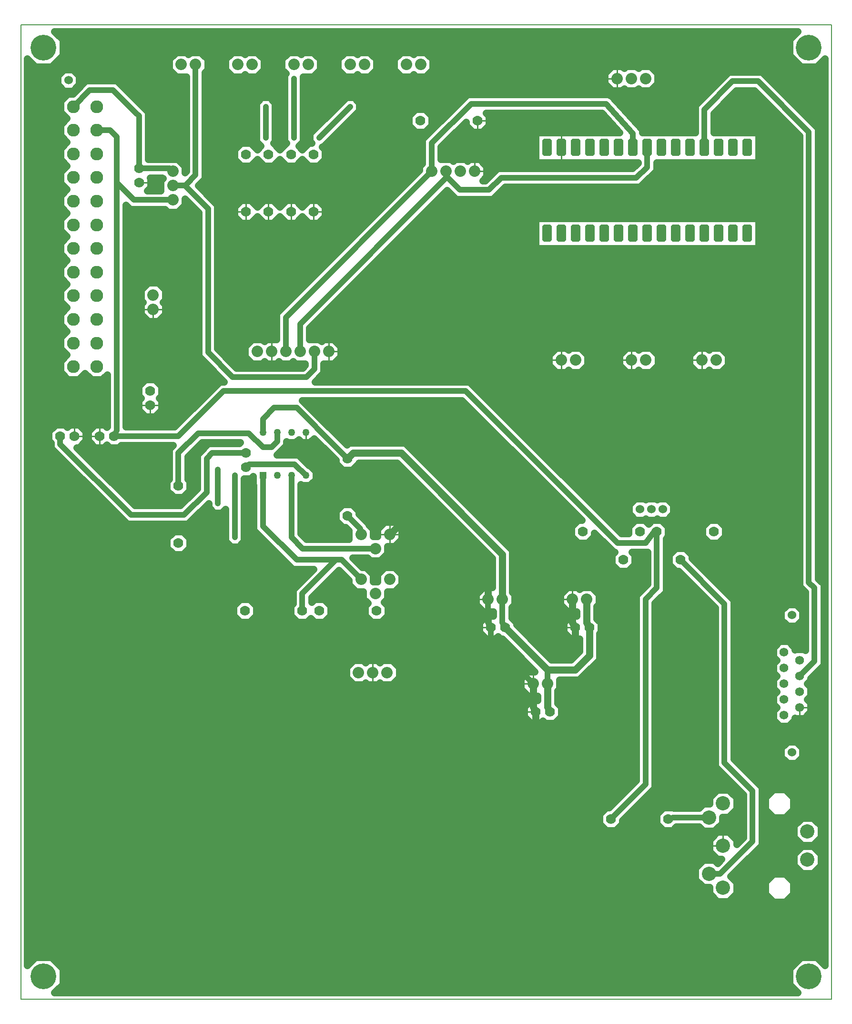
<source format=gbr>
G04 PROTEUS GERBER X2 FILE*
%TF.GenerationSoftware,Labcenter,Proteus,8.13-SP0-Build31525*%
%TF.CreationDate,2025-10-31T19:39:43+00:00*%
%TF.FileFunction,Copper,L1,Top*%
%TF.FilePolarity,Positive*%
%TF.Part,Single*%
%TF.SameCoordinates,{e0fed4bd-df57-41ad-8a76-0b0c4bf3aebe}*%
%FSLAX45Y45*%
%MOMM*%
G01*
%TA.AperFunction,Conductor*%
%ADD10C,1.016000*%
%ADD11C,1.270000*%
%ADD12C,0.762000*%
%TA.AperFunction,ViaPad*%
%ADD13C,0.762000*%
%TA.AperFunction,Conductor*%
%ADD14C,0.254000*%
%AMDIL005*
4,1,8,
-0.860000,1.195200,-0.555200,1.500000,0.555200,1.500000,0.860000,1.195200,0.860000,-1.195200,
0.555200,-1.500000,-0.555200,-1.500000,-0.860000,-1.195200,-0.860000,1.195200,
0*%
%TA.AperFunction,ComponentPad*%
%ADD15DIL005*%
%TA.AperFunction,ComponentPad*%
%ADD16C,2.032000*%
%ADD17C,1.778000*%
%TA.AperFunction,ComponentPad*%
%ADD18C,1.574800*%
%ADD19C,1.524000*%
%TA.AperFunction,ComponentPad*%
%ADD70R,1.270000X1.270000*%
%ADD71C,1.270000*%
%TA.AperFunction,ComponentPad*%
%ADD20C,2.540000*%
%TA.AperFunction,ComponentPad*%
%ADD21C,2.286000*%
%TA.AperFunction,OtherPad,Unknown*%
%ADD22C,4.572000*%
%TA.AperFunction,Profile*%
%ADD23C,0.203200*%
%TD.AperFunction*%
G36*
X+13057101Y+1942033D02*
X+13057101Y+1657967D01*
X+13257967Y+1457101D01*
X+13542033Y+1457101D01*
X+13688240Y+1603308D01*
X+13688240Y-14503308D01*
X+13542033Y-14357101D01*
X+13257967Y-14357101D01*
X+13057101Y-14557967D01*
X+13057101Y-14842033D01*
X+13203308Y-14988240D01*
X-3308Y-14988240D01*
X+142899Y-14842033D01*
X+142899Y-14557967D01*
X-57967Y-14357101D01*
X-342033Y-14357101D01*
X-488240Y-14503308D01*
X-488240Y+1603308D01*
X-342033Y+1457101D01*
X-57967Y+1457101D01*
X+142899Y+1657967D01*
X+142899Y+1942033D01*
X-3308Y+2088240D01*
X+13203308Y+2088240D01*
X+13057101Y+1942033D01*
G37*
%LPC*%
G36*
X+12506299Y-1764299D02*
X+8549701Y-1764299D01*
X+8549701Y-1235701D01*
X+12506299Y-1235701D01*
X+12506299Y-1764299D01*
G37*
G36*
X+2719899Y+1589428D02*
X+2719899Y+1410572D01*
X+2669099Y+1359772D01*
X+2669099Y-535505D01*
X+2550604Y-654000D01*
X+2891921Y-995316D01*
X+2891921Y-3548767D01*
X+3232558Y-3889404D01*
X+4406033Y-3889404D01*
X+4450934Y-3844503D01*
X+4450934Y-3815899D01*
X+4272572Y-3815899D01*
X+4235000Y-3778327D01*
X+4197428Y-3815899D01*
X+4018572Y-3815899D01*
X+3981000Y-3778327D01*
X+3943428Y-3815899D01*
X+3764572Y-3815899D01*
X+3727000Y-3778327D01*
X+3689428Y-3815899D01*
X+3510572Y-3815899D01*
X+3384101Y-3689428D01*
X+3384101Y-3510572D01*
X+3510572Y-3384101D01*
X+3689428Y-3384101D01*
X+3727000Y-3421673D01*
X+3764572Y-3384101D01*
X+3942901Y-3384101D01*
X+3942901Y-2923615D01*
X+6484101Y-382415D01*
X+6484101Y-310572D01*
X+6534901Y-259772D01*
X+6534901Y+168385D01*
X+7331615Y+965099D01*
X+9835060Y+965099D01*
X+9899133Y+936600D01*
X+10439099Y+337764D01*
X+10439099Y+288299D01*
X+11378901Y+288299D01*
X+11378901Y+768385D01*
X+11975615Y+1365099D01*
X+12568385Y+1365099D01*
X+13565099Y+368385D01*
X+13565099Y-7631615D01*
X+13665099Y-7731615D01*
X+13665099Y-9168385D01*
X+13432739Y-9400745D01*
X+13432739Y-9440259D01*
X+13372998Y-9500000D01*
X+13432739Y-9559741D01*
X+13432739Y-9719659D01*
X+13372998Y-9779400D01*
X+13432739Y-9839141D01*
X+13432739Y-9999059D01*
X+13319659Y-10112139D01*
X+13159741Y-10112139D01*
X+13153339Y-10105737D01*
X+13153339Y-10138759D01*
X+13040259Y-10251839D01*
X+12880341Y-10251839D01*
X+12767261Y-10138759D01*
X+12767261Y-9978841D01*
X+12827002Y-9919100D01*
X+12767261Y-9859359D01*
X+12767261Y-9699441D01*
X+12827002Y-9639700D01*
X+12767261Y-9579959D01*
X+12767261Y-9420041D01*
X+12827002Y-9360300D01*
X+12767261Y-9300559D01*
X+12767261Y-9140641D01*
X+12827002Y-9080900D01*
X+12767261Y-9021159D01*
X+12767261Y-8861241D01*
X+12880341Y-8748161D01*
X+13040259Y-8748161D01*
X+13153339Y-8861241D01*
X+13153339Y-8894263D01*
X+13159741Y-8887861D01*
X+13319659Y-8887861D01*
X+13334901Y-8903103D01*
X+13334901Y-7868385D01*
X+13234901Y-7768385D01*
X+13234901Y+231615D01*
X+12431615Y+1034901D01*
X+12112385Y+1034901D01*
X+11709099Y+631615D01*
X+11709099Y+288299D01*
X+12506299Y+288299D01*
X+12506299Y-240299D01*
X+10693099Y-240299D01*
X+10693099Y-388377D01*
X+10403958Y-677518D01*
X+8002755Y-677518D01*
X+7787619Y-892654D01*
X+7130358Y-892654D01*
X+6972788Y-735084D01*
X+4527099Y-3180773D01*
X+4527099Y-3384101D01*
X+4705428Y-3384101D01*
X+4743000Y-3421673D01*
X+4780572Y-3384101D01*
X+4959428Y-3384101D01*
X+5085899Y-3510572D01*
X+5085899Y-3689428D01*
X+4959428Y-3815899D01*
X+4781132Y-3815899D01*
X+4781132Y-3981273D01*
X+4627504Y-4134901D01*
X+7368385Y-4134901D01*
X+10068385Y-6834901D01*
X+10196801Y-6834901D01*
X+10196801Y-6715832D01*
X+10315832Y-6596801D01*
X+10484168Y-6596801D01*
X+10550000Y-6662633D01*
X+10615832Y-6596801D01*
X+10784168Y-6596801D01*
X+10903199Y-6715832D01*
X+10903199Y-6884168D01*
X+10865099Y-6922268D01*
X+10865099Y-7868385D01*
X+10665099Y-8068385D01*
X+10665099Y-11352385D01*
X+10087199Y-11930285D01*
X+10087199Y-11984168D01*
X+9968168Y-12103199D01*
X+9799832Y-12103199D01*
X+9680801Y-11984168D01*
X+9680801Y-11815832D01*
X+9799832Y-11696801D01*
X+9853715Y-11696801D01*
X+10334901Y-11215615D01*
X+10334901Y-7931615D01*
X+10534901Y-7731615D01*
X+10534901Y-7165099D01*
X+10252466Y-7165099D01*
X+10303199Y-7215832D01*
X+10303199Y-7384168D01*
X+10184168Y-7503199D01*
X+10015832Y-7503199D01*
X+9896801Y-7384168D01*
X+9896801Y-7215832D01*
X+9947534Y-7165099D01*
X+9931615Y-7165099D01*
X+9587199Y-6820683D01*
X+9587199Y-6884168D01*
X+9468168Y-7003199D01*
X+9299832Y-7003199D01*
X+9180801Y-6884168D01*
X+9180801Y-6715832D01*
X+9299832Y-6596801D01*
X+9363317Y-6596801D01*
X+7231615Y-4465099D01*
X+4398583Y-4465099D01*
X+5191020Y-5257536D01*
X+5226355Y-5222201D01*
X+6227645Y-5222201D01*
X+8131799Y-7126355D01*
X+8131799Y-7872472D01*
X+8169899Y-7910572D01*
X+8169899Y-8089428D01*
X+8119099Y-8140228D01*
X+8119099Y-8331732D01*
X+8203199Y-8415832D01*
X+8203199Y-8451755D01*
X+8827645Y-9076201D01*
X+9172355Y-9076201D01*
X+9322201Y-8926355D01*
X+9322201Y-8703199D01*
X+9161832Y-8703199D01*
X+9042801Y-8584168D01*
X+9042801Y-8415832D01*
X+9161832Y-8296801D01*
X+9276201Y-8296801D01*
X+9276201Y-8215899D01*
X+9110572Y-8215899D01*
X+8984101Y-8089428D01*
X+8984101Y-7910572D01*
X+9110572Y-7784101D01*
X+9289428Y-7784101D01*
X+9327000Y-7821673D01*
X+9364572Y-7784101D01*
X+9543428Y-7784101D01*
X+9669899Y-7910572D01*
X+9669899Y-8089428D01*
X+9631799Y-8127528D01*
X+9631799Y-8344432D01*
X+9703199Y-8415832D01*
X+9703199Y-8584168D01*
X+9677799Y-8609568D01*
X+9677799Y-9073645D01*
X+9319645Y-9431799D01*
X+8969899Y-9431799D01*
X+8969899Y-9589428D01*
X+8931799Y-9627528D01*
X+8931799Y-9844432D01*
X+9003199Y-9915832D01*
X+9003199Y-10084168D01*
X+8884168Y-10203199D01*
X+8715832Y-10203199D01*
X+8673000Y-10160367D01*
X+8630168Y-10203199D01*
X+8461832Y-10203199D01*
X+8342801Y-10084168D01*
X+8342801Y-9915832D01*
X+8461832Y-9796801D01*
X+8576201Y-9796801D01*
X+8576201Y-9715899D01*
X+8410572Y-9715899D01*
X+8284101Y-9589428D01*
X+8284101Y-9410572D01*
X+8410572Y-9284101D01*
X+8532657Y-9284101D01*
X+7951755Y-8703199D01*
X+7915832Y-8703199D01*
X+7873000Y-8660367D01*
X+7830168Y-8703199D01*
X+7661832Y-8703199D01*
X+7542801Y-8584168D01*
X+7542801Y-8415832D01*
X+7661832Y-8296801D01*
X+7788901Y-8296801D01*
X+7788901Y-8215899D01*
X+7610572Y-8215899D01*
X+7484101Y-8089428D01*
X+7484101Y-7910572D01*
X+7610572Y-7784101D01*
X+7776201Y-7784101D01*
X+7776201Y-7273645D01*
X+6080355Y-5577799D01*
X+5403199Y-5577799D01*
X+5403199Y-5584168D01*
X+5284168Y-5703199D01*
X+5115832Y-5703199D01*
X+4996801Y-5584168D01*
X+4996801Y-5530285D01*
X+4608981Y-5142465D01*
X+4535647Y-5215799D01*
X+4388353Y-5215799D01*
X+4335000Y-5162446D01*
X+4281647Y-5215799D01*
X+4134353Y-5215799D01*
X+4119099Y-5200545D01*
X+4119099Y-5268385D01*
X+3952583Y-5434901D01*
X+4330385Y-5434901D01*
X+4517685Y-5622201D01*
X+4535647Y-5622201D01*
X+4639799Y-5726353D01*
X+4639799Y-5873647D01*
X+4535647Y-5977799D01*
X+4388353Y-5977799D01*
X+4373099Y-5962545D01*
X+4373099Y-6831615D01*
X+4476385Y-6934901D01*
X+5230101Y-6934901D01*
X+5230101Y-6779585D01*
X+5169715Y-6719199D01*
X+5115832Y-6719199D01*
X+4996801Y-6600168D01*
X+4996801Y-6431832D01*
X+5115832Y-6312801D01*
X+5284168Y-6312801D01*
X+5403199Y-6431832D01*
X+5403199Y-6485715D01*
X+5582145Y-6664661D01*
X+5586335Y-6681008D01*
X+5661899Y-6756572D01*
X+5661899Y-6884101D01*
X+5738101Y-6884101D01*
X+5738101Y-6756572D01*
X+5864572Y-6630101D01*
X+6043428Y-6630101D01*
X+6169899Y-6756572D01*
X+6169899Y-6935428D01*
X+6043428Y-7061899D01*
X+5915899Y-7061899D01*
X+5915899Y-7189428D01*
X+5789428Y-7315899D01*
X+5610572Y-7315899D01*
X+5559772Y-7265099D01*
X+5298583Y-7265099D01*
X+5463585Y-7430101D01*
X+5535428Y-7430101D01*
X+5661899Y-7556572D01*
X+5661899Y-7684101D01*
X+5738101Y-7684101D01*
X+5738101Y-7556572D01*
X+5864572Y-7430101D01*
X+6043428Y-7430101D01*
X+6169899Y-7556572D01*
X+6169899Y-7735428D01*
X+6043428Y-7861899D01*
X+5915899Y-7861899D01*
X+5915899Y-7989428D01*
X+5854347Y-8050980D01*
X+5919199Y-8115832D01*
X+5919199Y-8284168D01*
X+5800168Y-8403199D01*
X+5631832Y-8403199D01*
X+5512801Y-8284168D01*
X+5512801Y-8115832D01*
X+5561653Y-8066980D01*
X+5484101Y-7989428D01*
X+5484101Y-7861899D01*
X+5356572Y-7861899D01*
X+5230101Y-7735428D01*
X+5230101Y-7663585D01*
X+5050000Y-7483484D01*
X+4565099Y-7968385D01*
X+4565099Y-8047534D01*
X+4615832Y-7996801D01*
X+4784168Y-7996801D01*
X+4903199Y-8115832D01*
X+4903199Y-8284168D01*
X+4784168Y-8403199D01*
X+4615832Y-8403199D01*
X+4550000Y-8337367D01*
X+4484168Y-8403199D01*
X+4315832Y-8403199D01*
X+4196801Y-8284168D01*
X+4196801Y-8115832D01*
X+4234901Y-8077732D01*
X+4234901Y-7831615D01*
X+4601417Y-7465099D01*
X+4231615Y-7465099D01*
X+3534901Y-6768385D01*
X+3534901Y-5977799D01*
X+3522201Y-5977799D01*
X+3522201Y-5819166D01*
X+3484168Y-5857199D01*
X+3365099Y-5857199D01*
X+3365099Y-6968386D01*
X+3268386Y-7065099D01*
X+3131614Y-7065099D01*
X+3034901Y-6968386D01*
X+3034901Y-6398584D01*
X+2968386Y-6465099D01*
X+2831614Y-6465099D01*
X+2734901Y-6368386D01*
X+2734901Y-6298583D01*
X+2368385Y-6665099D01*
X+1287252Y-6665099D01*
X-65099Y-5312748D01*
X-65099Y-5222268D01*
X-103199Y-5184168D01*
X-103199Y-5015832D01*
X+15832Y-4896801D01*
X+184168Y-4896801D01*
X+227000Y-4939633D01*
X+269832Y-4896801D01*
X+438168Y-4896801D01*
X+557199Y-5015832D01*
X+557199Y-5184168D01*
X+438168Y-5303199D01*
X+392320Y-5303199D01*
X+1424022Y-6334901D01*
X+2231615Y-6334901D01*
X+2534901Y-6031615D01*
X+2534901Y-5431615D01*
X+2731615Y-5234901D01*
X+3277732Y-5234901D01*
X+3297534Y-5215099D01*
X+2618385Y-5215099D01*
X+2365099Y-5468385D01*
X+2365099Y-5861732D01*
X+2403199Y-5899832D01*
X+2403199Y-6068168D01*
X+2284168Y-6187199D01*
X+2115832Y-6187199D01*
X+1996801Y-6068168D01*
X+1996801Y-5899832D01*
X+2034901Y-5861732D01*
X+2034901Y-5331615D01*
X+2101417Y-5265099D01*
X+1176268Y-5265099D01*
X+1138168Y-5303199D01*
X+969832Y-5303199D01*
X+927000Y-5260367D01*
X+884168Y-5303199D01*
X+715832Y-5303199D01*
X+596801Y-5184168D01*
X+596801Y-5015832D01*
X+715832Y-4896801D01*
X+884168Y-4896801D01*
X+927000Y-4939633D01*
X+934901Y-4931732D01*
X+934901Y-4008393D01*
X+844689Y-4098605D01*
X+655311Y-4098605D01*
X+540000Y-3983294D01*
X+424689Y-4098605D01*
X+235311Y-4098605D01*
X+101401Y-3964695D01*
X+101401Y-3775317D01*
X+216715Y-3660003D01*
X+101401Y-3544689D01*
X+101401Y-3355311D01*
X+216712Y-3240000D01*
X+101401Y-3124689D01*
X+101401Y-2935311D01*
X+216712Y-2820000D01*
X+101401Y-2704689D01*
X+101401Y-2515311D01*
X+216712Y-2400000D01*
X+101401Y-2284689D01*
X+101401Y-2095311D01*
X+216712Y-1980000D01*
X+101401Y-1864689D01*
X+101401Y-1675311D01*
X+216712Y-1560000D01*
X+101401Y-1444689D01*
X+101401Y-1255311D01*
X+216712Y-1140000D01*
X+101401Y-1024689D01*
X+101401Y-835311D01*
X+216712Y-720000D01*
X+101401Y-604689D01*
X+101401Y-415311D01*
X+216712Y-300000D01*
X+101401Y-184689D01*
X+101401Y+4689D01*
X+216712Y+120000D01*
X+101401Y+235311D01*
X+101401Y+424689D01*
X+216712Y+540000D01*
X+101401Y+655311D01*
X+101401Y+844689D01*
X+235311Y+978599D01*
X+325115Y+978599D01*
X+554840Y+1208324D01*
X+1107431Y+1208324D01*
X+1665099Y+650656D01*
X+1665099Y-180901D01*
X+2114385Y-180901D01*
X+2117585Y-184101D01*
X+2189428Y-184101D01*
X+2315899Y-310572D01*
X+2315899Y-421737D01*
X+2338901Y-398735D01*
X+2338901Y+1284101D01*
X+2160572Y+1284101D01*
X+2034101Y+1410572D01*
X+2034101Y+1589428D01*
X+2160572Y+1715899D01*
X+2339428Y+1715899D01*
X+2377000Y+1678327D01*
X+2414572Y+1715899D01*
X+2593428Y+1715899D01*
X+2719899Y+1589428D01*
G37*
G36*
X+9469899Y-3660572D02*
X+9469899Y-3839428D01*
X+9343428Y-3965899D01*
X+9164572Y-3965899D01*
X+9127000Y-3928327D01*
X+9089428Y-3965899D01*
X+8910572Y-3965899D01*
X+8784101Y-3839428D01*
X+8784101Y-3660572D01*
X+8910572Y-3534101D01*
X+9089428Y-3534101D01*
X+9127000Y-3571673D01*
X+9164572Y-3534101D01*
X+9343428Y-3534101D01*
X+9469899Y-3660572D01*
G37*
G36*
X+10719899Y-3660572D02*
X+10719899Y-3839428D01*
X+10593428Y-3965899D01*
X+10414572Y-3965899D01*
X+10377000Y-3928327D01*
X+10339428Y-3965899D01*
X+10160572Y-3965899D01*
X+10034101Y-3839428D01*
X+10034101Y-3660572D01*
X+10160572Y-3534101D01*
X+10339428Y-3534101D01*
X+10377000Y-3571673D01*
X+10414572Y-3534101D01*
X+10593428Y-3534101D01*
X+10719899Y-3660572D01*
G37*
G36*
X+11969899Y-3660572D02*
X+11969899Y-3839428D01*
X+11843428Y-3965899D01*
X+11664572Y-3965899D01*
X+11627000Y-3928327D01*
X+11589428Y-3965899D01*
X+11410572Y-3965899D01*
X+11284101Y-3839428D01*
X+11284101Y-3660572D01*
X+11410572Y-3534101D01*
X+11589428Y-3534101D01*
X+11627000Y-3571673D01*
X+11664572Y-3534101D01*
X+11843428Y-3534101D01*
X+11969899Y-3660572D01*
G37*
G36*
X+5719899Y+1589428D02*
X+5719899Y+1410572D01*
X+5593428Y+1284101D01*
X+5414572Y+1284101D01*
X+5377000Y+1321673D01*
X+5339428Y+1284101D01*
X+5160572Y+1284101D01*
X+5034101Y+1410572D01*
X+5034101Y+1589428D01*
X+5160572Y+1715899D01*
X+5339428Y+1715899D01*
X+5377000Y+1678327D01*
X+5414572Y+1715899D01*
X+5593428Y+1715899D01*
X+5719899Y+1589428D01*
G37*
G36*
X+6719899Y+1589428D02*
X+6719899Y+1410572D01*
X+6593428Y+1284101D01*
X+6414572Y+1284101D01*
X+6377000Y+1321673D01*
X+6339428Y+1284101D01*
X+6160572Y+1284101D01*
X+6034101Y+1410572D01*
X+6034101Y+1589428D01*
X+6160572Y+1715899D01*
X+6339428Y+1715899D01*
X+6377000Y+1678327D01*
X+6414572Y+1715899D01*
X+6593428Y+1715899D01*
X+6719899Y+1589428D01*
G37*
G36*
X+4719899Y+1589428D02*
X+4719899Y+1410572D01*
X+4593428Y+1284101D01*
X+4415099Y+1284101D01*
X+4415099Y+131614D01*
X+4335426Y+51941D01*
X+4400000Y-12633D01*
X+4515832Y+103199D01*
X+4563317Y+103199D01*
X+4534902Y+131614D01*
X+4534902Y+268386D01*
X+5181614Y+915098D01*
X+5318386Y+915098D01*
X+5415098Y+818386D01*
X+5415098Y+681614D01*
X+4768386Y+34902D01*
X+4752465Y+34902D01*
X+4803199Y-15832D01*
X+4803199Y-184168D01*
X+4684168Y-303199D01*
X+4515832Y-303199D01*
X+4400000Y-187367D01*
X+4284168Y-303199D01*
X+4115832Y-303199D01*
X+4000000Y-187367D01*
X+3884168Y-303199D01*
X+3715832Y-303199D01*
X+3600000Y-187367D01*
X+3484168Y-303199D01*
X+3315832Y-303199D01*
X+3196801Y-184168D01*
X+3196801Y-15832D01*
X+3315832Y+103199D01*
X+3484168Y+103199D01*
X+3600000Y-12633D01*
X+3664574Y+51941D01*
X+3584901Y+131614D01*
X+3584901Y+818386D01*
X+3681614Y+915099D01*
X+3818386Y+915099D01*
X+3915099Y+818386D01*
X+3915099Y+131614D01*
X+3885426Y+101941D01*
X+4000000Y-12633D01*
X+4114574Y+101941D01*
X+4084901Y+131614D01*
X+4084901Y+1318386D01*
X+4105594Y+1339079D01*
X+4034101Y+1410572D01*
X+4034101Y+1589428D01*
X+4160572Y+1715899D01*
X+4339428Y+1715899D01*
X+4377000Y+1678327D01*
X+4414572Y+1715899D01*
X+4593428Y+1715899D01*
X+4719899Y+1589428D01*
G37*
G36*
X+3719899Y+1589428D02*
X+3719899Y+1410572D01*
X+3593428Y+1284101D01*
X+3414572Y+1284101D01*
X+3377000Y+1321673D01*
X+3339428Y+1284101D01*
X+3160572Y+1284101D01*
X+3034101Y+1410572D01*
X+3034101Y+1589428D01*
X+3160572Y+1715899D01*
X+3339428Y+1715899D01*
X+3377000Y+1678327D01*
X+3414572Y+1715899D01*
X+3593428Y+1715899D01*
X+3719899Y+1589428D01*
G37*
G36*
X+6296801Y+415832D02*
X+6296801Y+584168D01*
X+6415832Y+703199D01*
X+6584168Y+703199D01*
X+6703199Y+584168D01*
X+6703199Y+415832D01*
X+6584168Y+296801D01*
X+6415832Y+296801D01*
X+6296801Y+415832D01*
G37*
G36*
X+4803199Y-1031832D02*
X+4803199Y-1200168D01*
X+4684168Y-1319199D01*
X+4515832Y-1319199D01*
X+4400000Y-1203367D01*
X+4284168Y-1319199D01*
X+4115832Y-1319199D01*
X+4000000Y-1203367D01*
X+3884168Y-1319199D01*
X+3715832Y-1319199D01*
X+3600000Y-1203367D01*
X+3484168Y-1319199D01*
X+3315832Y-1319199D01*
X+3196801Y-1200168D01*
X+3196801Y-1031832D01*
X+3315832Y-912801D01*
X+3484168Y-912801D01*
X+3600000Y-1028633D01*
X+3715832Y-912801D01*
X+3884168Y-912801D01*
X+4000000Y-1028633D01*
X+4115832Y-912801D01*
X+4284168Y-912801D01*
X+4400000Y-1028633D01*
X+4515832Y-912801D01*
X+4684168Y-912801D01*
X+4803199Y-1031832D01*
G37*
G36*
X+13178907Y-8471299D02*
X+13021093Y-8471299D01*
X+12909501Y-8359707D01*
X+12909501Y-8201893D01*
X+13021093Y-8090301D01*
X+13178907Y-8090301D01*
X+13290499Y-8201893D01*
X+13290499Y-8359707D01*
X+13178907Y-8471299D01*
G37*
G36*
X+13178907Y-10909699D02*
X+13021093Y-10909699D01*
X+12909501Y-10798107D01*
X+12909501Y-10640293D01*
X+13021093Y-10528701D01*
X+13178907Y-10528701D01*
X+13290499Y-10640293D01*
X+13290499Y-10798107D01*
X+13178907Y-10909699D01*
G37*
G36*
X+12116299Y-11525051D02*
X+12116299Y-11724949D01*
X+11974949Y-11866299D01*
X+11866299Y-11866299D01*
X+11866299Y-11974949D01*
X+11724949Y-12116299D01*
X+11525051Y-12116299D01*
X+11448851Y-12040099D01*
X+11047268Y-12040099D01*
X+10984168Y-12103199D01*
X+10815832Y-12103199D01*
X+10696801Y-11984168D01*
X+10696801Y-11815832D01*
X+10815832Y-11696801D01*
X+10984168Y-11696801D01*
X+10997268Y-11709901D01*
X+11448851Y-11709901D01*
X+11525051Y-11633701D01*
X+11633701Y-11633701D01*
X+11633701Y-11525051D01*
X+11775051Y-11383701D01*
X+11974949Y-11383701D01*
X+12116299Y-11525051D01*
G37*
G36*
X+11319199Y-7215832D02*
X+11319199Y-7269715D01*
X+12065099Y-8015615D01*
X+12065099Y-10831615D01*
X+12565099Y-11331615D01*
X+12565099Y-12368385D01*
X+12012366Y-12921118D01*
X+12116299Y-13025051D01*
X+12116299Y-13224949D01*
X+11974949Y-13366299D01*
X+11775051Y-13366299D01*
X+11633701Y-13224949D01*
X+11633701Y-13116299D01*
X+11525051Y-13116299D01*
X+11383701Y-12974949D01*
X+11383701Y-12775051D01*
X+11525051Y-12633701D01*
X+11724949Y-12633701D01*
X+11778882Y-12687634D01*
X+11850217Y-12616299D01*
X+11775051Y-12616299D01*
X+11633701Y-12474949D01*
X+11633701Y-12275051D01*
X+11775051Y-12133701D01*
X+11974949Y-12133701D01*
X+12116299Y-12275051D01*
X+12116299Y-12350217D01*
X+12234901Y-12231615D01*
X+12234901Y-11468385D01*
X+11734901Y-10968385D01*
X+11734901Y-8152385D01*
X+11085715Y-7503199D01*
X+11031832Y-7503199D01*
X+10912801Y-7384168D01*
X+10912801Y-7215832D01*
X+11031832Y-7096801D01*
X+11200168Y-7096801D01*
X+11319199Y-7215832D01*
G37*
G36*
X+13474949Y-12866299D02*
X+13275051Y-12866299D01*
X+13133701Y-12724949D01*
X+13133701Y-12525051D01*
X+13275051Y-12383701D01*
X+13474949Y-12383701D01*
X+13616299Y-12525051D01*
X+13616299Y-12724949D01*
X+13474949Y-12866299D01*
G37*
G36*
X+13474949Y-12366299D02*
X+13275051Y-12366299D01*
X+13133701Y-12224949D01*
X+13133701Y-12025051D01*
X+13275051Y-11883701D01*
X+13474949Y-11883701D01*
X+13616299Y-12025051D01*
X+13616299Y-12224949D01*
X+13474949Y-12366299D01*
G37*
G36*
X+12979216Y-13376599D02*
X+12770784Y-13376599D01*
X+12623401Y-13229216D01*
X+12623401Y-13020784D01*
X+12770784Y-12873401D01*
X+12979216Y-12873401D01*
X+13126599Y-13020784D01*
X+13126599Y-13229216D01*
X+12979216Y-13376599D01*
G37*
G36*
X+12979216Y-11876599D02*
X+12770784Y-11876599D01*
X+12623401Y-11729216D01*
X+12623401Y-11520784D01*
X+12770784Y-11373401D01*
X+12979216Y-11373401D01*
X+13126599Y-11520784D01*
X+13126599Y-11729216D01*
X+12979216Y-11876599D01*
G37*
G36*
X+3587199Y-8115832D02*
X+3587199Y-8284168D01*
X+3468168Y-8403199D01*
X+3299832Y-8403199D01*
X+3180801Y-8284168D01*
X+3180801Y-8115832D01*
X+3299832Y-7996801D01*
X+3468168Y-7996801D01*
X+3587199Y-8115832D01*
G37*
G36*
X+2284168Y-7203199D02*
X+2115832Y-7203199D01*
X+1996801Y-7084168D01*
X+1996801Y-6915832D01*
X+2115832Y-6796801D01*
X+2284168Y-6796801D01*
X+2403199Y-6915832D01*
X+2403199Y-7084168D01*
X+2284168Y-7203199D01*
G37*
G36*
X+6123899Y-9210572D02*
X+6123899Y-9389428D01*
X+5997428Y-9515899D01*
X+5818572Y-9515899D01*
X+5781000Y-9478327D01*
X+5743428Y-9515899D01*
X+5564572Y-9515899D01*
X+5527000Y-9478327D01*
X+5489428Y-9515899D01*
X+5310572Y-9515899D01*
X+5184101Y-9389428D01*
X+5184101Y-9210572D01*
X+5310572Y-9084101D01*
X+5489428Y-9084101D01*
X+5527000Y-9121673D01*
X+5564572Y-9084101D01*
X+5743428Y-9084101D01*
X+5781000Y-9121673D01*
X+5818572Y-9084101D01*
X+5997428Y-9084101D01*
X+6123899Y-9210572D01*
G37*
G36*
X+10993699Y-6321093D02*
X+10993699Y-6478907D01*
X+10882107Y-6590499D01*
X+10724293Y-6590499D01*
X+10701600Y-6567806D01*
X+10678907Y-6590499D01*
X+10521093Y-6590499D01*
X+10498400Y-6567806D01*
X+10475707Y-6590499D01*
X+10317893Y-6590499D01*
X+10206301Y-6478907D01*
X+10206301Y-6321093D01*
X+10317893Y-6209501D01*
X+10475707Y-6209501D01*
X+10498400Y-6232194D01*
X+10521093Y-6209501D01*
X+10678907Y-6209501D01*
X+10701600Y-6232194D01*
X+10724293Y-6209501D01*
X+10882107Y-6209501D01*
X+10993699Y-6321093D01*
G37*
G36*
X+11512801Y-6884168D02*
X+11512801Y-6715832D01*
X+11631832Y-6596801D01*
X+11800168Y-6596801D01*
X+11919199Y-6715832D01*
X+11919199Y-6884168D01*
X+11800168Y-7003199D01*
X+11631832Y-7003199D01*
X+11512801Y-6884168D01*
G37*
G36*
X+167093Y+1410499D02*
X+324907Y+1410499D01*
X+436499Y+1298907D01*
X+436499Y+1141093D01*
X+324907Y+1029501D01*
X+167093Y+1029501D01*
X+55501Y+1141093D01*
X+55501Y+1298907D01*
X+167093Y+1410499D01*
G37*
G36*
X+10715899Y+1339428D02*
X+10715899Y+1160572D01*
X+10589428Y+1034101D01*
X+10410572Y+1034101D01*
X+10373000Y+1071673D01*
X+10335428Y+1034101D01*
X+10156572Y+1034101D01*
X+10119000Y+1071673D01*
X+10081428Y+1034101D01*
X+9902572Y+1034101D01*
X+9776101Y+1160572D01*
X+9776101Y+1339428D01*
X+9902572Y+1465899D01*
X+10081428Y+1465899D01*
X+10119000Y+1428327D01*
X+10156572Y+1465899D01*
X+10335428Y+1465899D01*
X+10373000Y+1428327D01*
X+10410572Y+1465899D01*
X+10589428Y+1465899D01*
X+10715899Y+1339428D01*
G37*
%LPD*%
G36*
X+10039093Y+288299D02*
X+8549701Y+288299D01*
X+8549701Y-240299D01*
X+10362901Y-240299D01*
X+10362901Y-251607D01*
X+10267188Y-347320D01*
X+7865985Y-347320D01*
X+7650849Y-562456D01*
X+7604871Y-562456D01*
X+7677899Y-489428D01*
X+7677899Y-310572D01*
X+7551428Y-184101D01*
X+7372572Y-184101D01*
X+7335000Y-221673D01*
X+7297428Y-184101D01*
X+7118572Y-184101D01*
X+7081000Y-221673D01*
X+7043428Y-184101D01*
X+6865099Y-184101D01*
X+6865099Y+31615D01*
X+7312801Y+479317D01*
X+7312801Y+415832D01*
X+7431832Y+296801D01*
X+7600168Y+296801D01*
X+7719199Y+415832D01*
X+7719199Y+584168D01*
X+7668466Y+634901D01*
X+9726564Y+634901D01*
X+10039093Y+288299D01*
G37*
G36*
X+1921673Y-527000D02*
X+1884101Y-564572D01*
X+1884101Y-742901D01*
X+1644466Y-742901D01*
X+1703199Y-684168D01*
X+1703199Y-515832D01*
X+1698466Y-511099D01*
X+1905772Y-511099D01*
X+1921673Y-527000D01*
G37*
G36*
X+2561723Y-1132087D02*
X+2561723Y-3685537D01*
X+3011087Y-4134901D01*
X+2931616Y-4134901D01*
X+2131616Y-4934901D01*
X+1265099Y-4934901D01*
X+1265099Y-998583D01*
X+1339615Y-1073099D01*
X+1959772Y-1073099D01*
X+2010572Y-1123899D01*
X+2189428Y-1123899D01*
X+2315899Y-997428D01*
X+2315899Y-886263D01*
X+2561723Y-1132087D01*
G37*
%LPC*%
G36*
X+1965899Y-2506572D02*
X+1965899Y-2685428D01*
X+1928327Y-2723000D01*
X+1965899Y-2760572D01*
X+1965899Y-2939428D01*
X+1839428Y-3065899D01*
X+1660572Y-3065899D01*
X+1534101Y-2939428D01*
X+1534101Y-2760572D01*
X+1571673Y-2723000D01*
X+1534101Y-2685428D01*
X+1534101Y-2506572D01*
X+1660572Y-2380101D01*
X+1839428Y-2380101D01*
X+1965899Y-2506572D01*
G37*
G36*
X+1903199Y-4211832D02*
X+1903199Y-4380168D01*
X+1860367Y-4423000D01*
X+1903199Y-4465832D01*
X+1903199Y-4634168D01*
X+1784168Y-4753199D01*
X+1615832Y-4753199D01*
X+1496801Y-4634168D01*
X+1496801Y-4465832D01*
X+1539633Y-4423000D01*
X+1496801Y-4380168D01*
X+1496801Y-4211832D01*
X+1615832Y-4092801D01*
X+1784168Y-4092801D01*
X+1903199Y-4211832D01*
G37*
%LPD*%
D10*
X+3750000Y+750000D02*
X+3750000Y+200000D01*
X+4250000Y+1250000D02*
X+4250000Y+200000D01*
X+5250000Y+750000D02*
X+4700000Y+200000D01*
X+4208000Y-5800000D02*
X+4208000Y-6900000D01*
X+4408000Y-7100000D01*
X+5700000Y-7100000D01*
X+5200000Y-6516000D02*
X+5428400Y-6744400D01*
X+5446000Y-6846000D01*
X+4400000Y-7300000D02*
X+4300000Y-7300000D01*
X+3700000Y-6700000D01*
X+3700000Y-6600000D01*
X+3700000Y-5800000D01*
X+2900000Y-5700000D02*
X+2900000Y-6300000D01*
X+4400000Y-8200000D02*
X+4400000Y-7900000D01*
X+5000000Y-7300000D01*
X+5446000Y-7646000D02*
X+5100000Y-7300000D01*
X+5000000Y-7300000D01*
X+4400000Y-7300000D01*
X+3200000Y-5800000D02*
X+3200000Y-6900000D01*
X+5200000Y-5500000D02*
X+5000000Y-5300000D01*
X+2200000Y-5500000D02*
X+2200000Y-5600000D01*
X+2200000Y-5895100D01*
X+2200000Y-5984000D01*
X+3954000Y-5038000D02*
X+3954000Y-5200000D01*
X+3854000Y-5300000D01*
X+3700000Y-5300000D01*
X+3400000Y-5654000D02*
X+3454000Y-5600000D01*
X+4262000Y-5600000D01*
X+4462000Y-5800000D01*
X+3450000Y-5050000D02*
X+2550000Y-5050000D01*
X+3700000Y-5300000D02*
X+3450000Y-5050000D01*
X+2550000Y-5050000D02*
X+2200000Y-5400000D01*
X+2200000Y-5500000D01*
X+7700000Y-8000000D02*
X+7700000Y-8101600D01*
X+7700000Y-8411100D01*
X+7746000Y-8500000D01*
X+7954000Y-8000000D02*
X+7954000Y-8411100D01*
X+8000000Y-8500000D01*
D11*
X+9200000Y-8000000D02*
X+9200000Y-8411100D01*
X+9246000Y-8500000D01*
X+9454000Y-8000000D02*
X+9454000Y-8411100D01*
X+9500000Y-8500000D01*
X+8500000Y-9500000D02*
X+8500000Y-9911100D01*
X+8546000Y-10000000D01*
X+8754000Y-9500000D02*
X+8754000Y-9911100D01*
X+8800000Y-10000000D01*
X+7954000Y-8000000D02*
X+7954000Y-7200000D01*
X+6154000Y-5400000D01*
X+5300000Y-5400000D01*
X+5200000Y-5500000D01*
X+9500000Y-8500000D02*
X+9500000Y-9000000D01*
X+9246000Y-9254000D01*
X+8754000Y-9254000D01*
X+8000000Y-8500000D02*
X+8754000Y-9254000D01*
D10*
X+8754000Y-9500000D01*
X+8500000Y-9500000D02*
X+7746000Y-8746000D01*
X+7746000Y-8500000D01*
X+11625000Y-11875000D02*
X+10988900Y-11875000D01*
X+10900000Y-11900000D01*
D11*
X+7700000Y-7400000D02*
X+6700000Y-6400000D01*
X+7700000Y-8000000D02*
X+7700000Y-7400000D01*
X+6700000Y-6400000D02*
X+6400000Y-6400000D01*
X+5954000Y-6846000D01*
D10*
X+9700000Y-9600000D02*
X+9800000Y-9500000D01*
X+9800000Y-7900000D01*
X+9700000Y-7800000D01*
D11*
X+9246000Y-8500000D02*
X+9246000Y-8700000D01*
X+9200000Y-8746000D01*
X+9000000Y-8746000D01*
X+8900000Y-8646000D01*
X+8900000Y-7900000D01*
X+9000000Y-7800000D01*
X+9100000Y-7700000D01*
X+9600000Y-7700000D01*
X+9700000Y-7800000D01*
X+9700000Y-9600000D02*
X+9000000Y-10300000D01*
X+8700000Y-10300000D01*
X+8546000Y-10146000D01*
X+8546000Y-10000000D01*
D10*
X+11544000Y+24000D02*
X+11544000Y+700000D01*
X+12044000Y+1200000D01*
X+12500000Y+1200000D01*
X+13400000Y+300000D01*
X+13400000Y-7700000D01*
X+13500000Y-7800000D01*
X+13500000Y-9000000D01*
X+13500000Y-9100000D01*
X+13239700Y-9360300D01*
X+11116000Y-7300000D02*
X+11900000Y-8084000D01*
X+11900000Y-10900000D01*
X+12400000Y-11400000D01*
X+12400000Y-12300000D01*
X+11825000Y-12875000D01*
X+11625000Y-12875000D01*
X+750000Y+330000D02*
X+985950Y+330000D01*
X+991595Y+324355D01*
X+1100000Y+215950D01*
X+1100000Y-152716D01*
X+3700000Y-4800000D02*
X+3900000Y-4600000D01*
X+3938052Y-4600000D01*
X+5000000Y-5300000D02*
X+4300000Y-4600000D01*
X+3938052Y-4600000D01*
X+3700000Y-4800000D02*
X+3700000Y-5038000D01*
X+10700000Y-6800000D02*
X+10700000Y-7019553D01*
X+10700000Y-7800000D01*
X+10500000Y-8000000D01*
X+10500000Y-11284000D01*
X+9884000Y-11900000D01*
X+1054000Y-5100000D02*
X+2200001Y-5100000D01*
X+3000001Y-4300000D01*
X+7300000Y-4300000D01*
X+10000000Y-7000000D01*
X+10500000Y-7000000D01*
X+10651362Y-6800000D01*
X+10700000Y-6800000D01*
X+6700000Y-400000D02*
X+4108000Y-2992000D01*
X+4108000Y-3600000D01*
X+6972788Y-501600D02*
X+4362000Y-3112388D01*
X+4362000Y-3600000D01*
X+10528000Y+24000D02*
X+10528000Y-319992D01*
X+10522950Y-325042D01*
X+10335573Y-512419D01*
X+10141256Y-512419D01*
X+7934370Y-512419D01*
X+7719234Y-727555D01*
X+7198743Y-727555D01*
X+6972788Y-501600D01*
X+6954000Y-400000D01*
X+10274000Y+24000D02*
X+10274000Y+274322D01*
X+9800000Y+800000D01*
X+7400000Y+800000D01*
X+6700000Y+100000D01*
X+6700000Y-400000D01*
X+1500000Y-346000D02*
X+2046000Y-346000D01*
X+2100000Y-400000D01*
D12*
X+1100000Y-458258D02*
X+1100000Y-455643D01*
D10*
X+1100000Y-152716D02*
X+1100000Y-455643D01*
X+330000Y+750000D02*
X+623225Y+1043225D01*
X+706962Y+1043225D01*
X+1039046Y+1043225D01*
X+1442933Y+639338D01*
X+1500000Y+582271D01*
X+1500000Y-346000D01*
X+2340459Y-630661D02*
X+2504000Y-467120D01*
X+2504000Y+1500000D01*
X+2317120Y-654000D02*
X+2726822Y-1063702D01*
X+2726822Y-1100000D01*
X+2100000Y-654000D02*
X+2317120Y-654000D01*
X+2340459Y-630661D01*
X+4207086Y-4054503D02*
X+4474418Y-4054503D01*
X+4616033Y-3912888D01*
X+4616033Y-3600033D01*
X+4616000Y-3600000D01*
X+4207086Y-4054503D02*
X+3164173Y-4054503D01*
X+2726822Y-3617152D01*
X+2726822Y-1100000D01*
X+100000Y-5100000D02*
X+100000Y-5244363D01*
X+1355637Y-6500000D01*
X+2300000Y-6500000D01*
X+2700000Y-6100000D01*
X+2700000Y-5500000D01*
X+2800000Y-5400000D01*
X+3400000Y-5400000D01*
X+2100000Y-908000D02*
X+1408000Y-908000D01*
X+1100000Y-600000D01*
X+1100000Y-458258D01*
X+1100000Y-600000D02*
X+1100000Y-5000000D01*
X+1054000Y-5100000D01*
D13*
X+3750000Y+750000D03*
X+3750000Y+200000D03*
X+4250000Y+1250000D03*
X+4250000Y+200000D03*
X+5250000Y+750000D03*
X+4700000Y+200000D03*
X+2900000Y-5700000D03*
X+2900000Y-6300000D03*
X+3200000Y-5800000D03*
X+3200000Y-6900000D03*
D11*
X+13057101Y+1942033D02*
X+13057101Y+1657967D01*
X+13257967Y+1457101D01*
X+13542033Y+1457101D01*
X+13688240Y+1603308D01*
X+13688240Y-14503308D01*
X+13542033Y-14357101D01*
X+13257967Y-14357101D01*
X+13057101Y-14557967D01*
X+13057101Y-14842033D01*
X+13203308Y-14988240D01*
X-3308Y-14988240D01*
X+142899Y-14842033D01*
X+142899Y-14557967D01*
X-57967Y-14357101D01*
X-342033Y-14357101D01*
X-488240Y-14503308D01*
X-488240Y+1603308D01*
X-342033Y+1457101D01*
X-57967Y+1457101D01*
X+142899Y+1657967D01*
X+142899Y+1942033D01*
X-3308Y+2088240D01*
X+13203308Y+2088240D01*
X+13057101Y+1942033D01*
X+12506299Y-1764299D02*
X+8549701Y-1764299D01*
X+8549701Y-1235701D01*
X+12506299Y-1235701D01*
X+12506299Y-1764299D01*
X+2719899Y+1589428D02*
X+2719899Y+1410572D01*
X+2669099Y+1359772D01*
X+2669099Y-535505D01*
X+2550604Y-654000D01*
X+2891921Y-995316D01*
X+2891921Y-3548767D01*
X+3232558Y-3889404D01*
X+4406033Y-3889404D01*
X+4450934Y-3844503D01*
X+4450934Y-3815899D01*
X+4272572Y-3815899D01*
X+4235000Y-3778327D01*
X+4197428Y-3815899D01*
X+4018572Y-3815899D01*
X+3981000Y-3778327D01*
X+3943428Y-3815899D01*
X+3764572Y-3815899D01*
X+3727000Y-3778327D01*
X+3689428Y-3815899D01*
X+3510572Y-3815899D01*
X+3384101Y-3689428D01*
X+3384101Y-3510572D01*
X+3510572Y-3384101D01*
X+3689428Y-3384101D01*
X+3727000Y-3421673D01*
X+3764572Y-3384101D01*
X+3942901Y-3384101D01*
X+3942901Y-2923615D01*
X+6484101Y-382415D01*
X+6484101Y-310572D01*
X+6534901Y-259772D01*
X+6534901Y+168385D01*
X+7331615Y+965099D01*
X+9835060Y+965099D01*
X+9899133Y+936600D01*
X+10439099Y+337764D01*
X+10439099Y+288299D01*
X+11378901Y+288299D01*
X+11378901Y+768385D01*
X+11975615Y+1365099D01*
X+12568385Y+1365099D01*
X+13565099Y+368385D01*
X+13565099Y-7631615D01*
X+13665099Y-7731615D01*
X+13665099Y-9168385D01*
X+13432739Y-9400745D01*
X+13432739Y-9440259D01*
X+13372998Y-9500000D01*
X+13432739Y-9559741D01*
X+13432739Y-9719659D01*
X+13372998Y-9779400D01*
X+13432739Y-9839141D01*
X+13432739Y-9999059D01*
X+13319659Y-10112139D01*
X+13159741Y-10112139D01*
X+13153339Y-10105737D01*
X+13153339Y-10138759D01*
X+13040259Y-10251839D01*
X+12880341Y-10251839D01*
X+12767261Y-10138759D01*
X+12767261Y-9978841D01*
X+12827002Y-9919100D01*
X+12767261Y-9859359D01*
X+12767261Y-9699441D01*
X+12827002Y-9639700D01*
X+12767261Y-9579959D01*
X+12767261Y-9420041D01*
X+12827002Y-9360300D01*
X+12767261Y-9300559D01*
X+12767261Y-9140641D01*
X+12827002Y-9080900D01*
X+12767261Y-9021159D01*
X+12767261Y-8861241D01*
X+12880341Y-8748161D01*
X+13040259Y-8748161D01*
X+13153339Y-8861241D01*
X+13153339Y-8894263D01*
X+13159741Y-8887861D01*
X+13319659Y-8887861D01*
X+13334901Y-8903103D01*
X+13334901Y-7868385D01*
X+13234901Y-7768385D01*
X+13234901Y+231615D01*
X+12431615Y+1034901D01*
X+12112385Y+1034901D01*
X+11709099Y+631615D01*
X+11709099Y+288299D01*
X+12506299Y+288299D01*
X+12506299Y-240299D01*
X+10693099Y-240299D01*
X+10693099Y-388377D01*
X+10403958Y-677518D01*
X+8002755Y-677518D01*
X+7787619Y-892654D01*
X+7130358Y-892654D01*
X+6972788Y-735084D01*
X+4527099Y-3180773D01*
X+4527099Y-3384101D01*
X+4705428Y-3384101D01*
X+4743000Y-3421673D01*
X+4780572Y-3384101D01*
X+4959428Y-3384101D01*
X+5085899Y-3510572D01*
X+5085899Y-3689428D01*
X+4959428Y-3815899D01*
X+4781132Y-3815899D01*
X+4781132Y-3981273D01*
X+4627504Y-4134901D01*
X+7368385Y-4134901D01*
X+10068385Y-6834901D01*
X+10196801Y-6834901D01*
X+10196801Y-6715832D01*
X+10315832Y-6596801D01*
X+10484168Y-6596801D01*
X+10550000Y-6662633D01*
X+10615832Y-6596801D01*
X+10784168Y-6596801D01*
X+10903199Y-6715832D01*
X+10903199Y-6884168D01*
X+10865099Y-6922268D01*
X+10865099Y-7868385D01*
X+10665099Y-8068385D01*
X+10665099Y-11352385D01*
X+10087199Y-11930285D01*
X+10087199Y-11984168D01*
X+9968168Y-12103199D01*
X+9799832Y-12103199D01*
X+9680801Y-11984168D01*
X+9680801Y-11815832D01*
X+9799832Y-11696801D01*
X+9853715Y-11696801D01*
X+10334901Y-11215615D01*
X+10334901Y-7931615D01*
X+10534901Y-7731615D01*
X+10534901Y-7165099D01*
X+10252466Y-7165099D01*
X+10303199Y-7215832D01*
X+10303199Y-7384168D01*
X+10184168Y-7503199D01*
X+10015832Y-7503199D01*
X+9896801Y-7384168D01*
X+9896801Y-7215832D01*
X+9947534Y-7165099D01*
X+9931615Y-7165099D01*
X+9587199Y-6820683D01*
X+9587199Y-6884168D01*
X+9468168Y-7003199D01*
X+9299832Y-7003199D01*
X+9180801Y-6884168D01*
X+9180801Y-6715832D01*
X+9299832Y-6596801D01*
X+9363317Y-6596801D01*
X+7231615Y-4465099D01*
X+4398583Y-4465099D01*
X+5191020Y-5257536D01*
X+5226355Y-5222201D01*
X+6227645Y-5222201D01*
X+8131799Y-7126355D01*
X+8131799Y-7872472D01*
X+8169899Y-7910572D01*
X+8169899Y-8089428D01*
X+8119099Y-8140228D01*
X+8119099Y-8331732D01*
X+8203199Y-8415832D01*
X+8203199Y-8451755D01*
X+8827645Y-9076201D01*
X+9172355Y-9076201D01*
X+9322201Y-8926355D01*
X+9322201Y-8703199D01*
X+9161832Y-8703199D01*
X+9042801Y-8584168D01*
X+9042801Y-8415832D01*
X+9161832Y-8296801D01*
X+9276201Y-8296801D01*
X+9276201Y-8215899D01*
X+9110572Y-8215899D01*
X+8984101Y-8089428D01*
X+8984101Y-7910572D01*
X+9110572Y-7784101D01*
X+9289428Y-7784101D01*
X+9327000Y-7821673D01*
X+9364572Y-7784101D01*
X+9543428Y-7784101D01*
X+9669899Y-7910572D01*
X+9669899Y-8089428D01*
X+9631799Y-8127528D01*
X+9631799Y-8344432D01*
X+9703199Y-8415832D01*
X+9703199Y-8584168D01*
X+9677799Y-8609568D01*
X+9677799Y-9073645D01*
X+9319645Y-9431799D01*
X+8969899Y-9431799D01*
X+8969899Y-9589428D01*
X+8931799Y-9627528D01*
X+8931799Y-9844432D01*
X+9003199Y-9915832D01*
X+9003199Y-10084168D01*
X+8884168Y-10203199D01*
X+8715832Y-10203199D01*
X+8673000Y-10160367D01*
X+8630168Y-10203199D01*
X+8461832Y-10203199D01*
X+8342801Y-10084168D01*
X+8342801Y-9915832D01*
X+8461832Y-9796801D01*
X+8576201Y-9796801D01*
X+8576201Y-9715899D01*
X+8410572Y-9715899D01*
X+8284101Y-9589428D01*
X+8284101Y-9410572D01*
X+8410572Y-9284101D01*
X+8532657Y-9284101D01*
X+7951755Y-8703199D01*
X+7915832Y-8703199D01*
X+7873000Y-8660367D01*
X+7830168Y-8703199D01*
X+7661832Y-8703199D01*
X+7542801Y-8584168D01*
X+7542801Y-8415832D01*
X+7661832Y-8296801D01*
X+7788901Y-8296801D01*
X+7788901Y-8215899D01*
X+7610572Y-8215899D01*
X+7484101Y-8089428D01*
X+7484101Y-7910572D01*
X+7610572Y-7784101D01*
X+7776201Y-7784101D01*
X+7776201Y-7273645D01*
X+6080355Y-5577799D01*
X+5403199Y-5577799D01*
X+5403199Y-5584168D01*
X+5284168Y-5703199D01*
X+5115832Y-5703199D01*
X+4996801Y-5584168D01*
X+4996801Y-5530285D01*
X+4608981Y-5142465D01*
X+4535647Y-5215799D01*
X+4388353Y-5215799D01*
X+4335000Y-5162446D01*
X+4281647Y-5215799D01*
X+4134353Y-5215799D01*
X+4119099Y-5200545D01*
X+4119099Y-5268385D01*
X+3952583Y-5434901D01*
X+4330385Y-5434901D01*
X+4517685Y-5622201D01*
X+4535647Y-5622201D01*
X+4639799Y-5726353D01*
X+4639799Y-5873647D01*
X+4535647Y-5977799D01*
X+4388353Y-5977799D01*
X+4373099Y-5962545D01*
X+4373099Y-6831615D01*
X+4476385Y-6934901D01*
X+5230101Y-6934901D01*
X+5230101Y-6779585D01*
X+5169715Y-6719199D01*
X+5115832Y-6719199D01*
X+4996801Y-6600168D01*
X+4996801Y-6431832D01*
X+5115832Y-6312801D01*
X+5284168Y-6312801D01*
X+5403199Y-6431832D01*
X+5403199Y-6485715D01*
X+5582145Y-6664661D01*
X+5586335Y-6681008D01*
X+5661899Y-6756572D01*
X+5661899Y-6884101D01*
X+5738101Y-6884101D01*
X+5738101Y-6756572D01*
X+5864572Y-6630101D01*
X+6043428Y-6630101D01*
X+6169899Y-6756572D01*
X+6169899Y-6935428D01*
X+6043428Y-7061899D01*
X+5915899Y-7061899D01*
X+5915899Y-7189428D01*
X+5789428Y-7315899D01*
X+5610572Y-7315899D01*
X+5559772Y-7265099D01*
X+5298583Y-7265099D01*
X+5463585Y-7430101D01*
X+5535428Y-7430101D01*
X+5661899Y-7556572D01*
X+5661899Y-7684101D01*
X+5738101Y-7684101D01*
X+5738101Y-7556572D01*
X+5864572Y-7430101D01*
X+6043428Y-7430101D01*
X+6169899Y-7556572D01*
X+6169899Y-7735428D01*
X+6043428Y-7861899D01*
X+5915899Y-7861899D01*
X+5915899Y-7989428D01*
X+5854347Y-8050980D01*
X+5919199Y-8115832D01*
X+5919199Y-8284168D01*
X+5800168Y-8403199D01*
X+5631832Y-8403199D01*
X+5512801Y-8284168D01*
X+5512801Y-8115832D01*
X+5561653Y-8066980D01*
X+5484101Y-7989428D01*
X+5484101Y-7861899D01*
X+5356572Y-7861899D01*
X+5230101Y-7735428D01*
X+5230101Y-7663585D01*
X+5050000Y-7483484D01*
X+4565099Y-7968385D01*
X+4565099Y-8047534D01*
X+4615832Y-7996801D01*
X+4784168Y-7996801D01*
X+4903199Y-8115832D01*
X+4903199Y-8284168D01*
X+4784168Y-8403199D01*
X+4615832Y-8403199D01*
X+4550000Y-8337367D01*
X+4484168Y-8403199D01*
X+4315832Y-8403199D01*
X+4196801Y-8284168D01*
X+4196801Y-8115832D01*
X+4234901Y-8077732D01*
X+4234901Y-7831615D01*
X+4601417Y-7465099D01*
X+4231615Y-7465099D01*
X+3534901Y-6768385D01*
X+3534901Y-5977799D01*
X+3522201Y-5977799D01*
X+3522201Y-5819166D01*
X+3484168Y-5857199D01*
X+3365099Y-5857199D01*
X+3365099Y-6968386D01*
X+3268386Y-7065099D01*
X+3131614Y-7065099D01*
X+3034901Y-6968386D01*
X+3034901Y-6398584D01*
X+2968386Y-6465099D01*
X+2831614Y-6465099D01*
X+2734901Y-6368386D01*
X+2734901Y-6298583D01*
X+2368385Y-6665099D01*
X+1287252Y-6665099D01*
X-65099Y-5312748D01*
X-65099Y-5222268D01*
X-103199Y-5184168D01*
X-103199Y-5015832D01*
X+15832Y-4896801D01*
X+184168Y-4896801D01*
X+227000Y-4939633D01*
X+269832Y-4896801D01*
X+438168Y-4896801D01*
X+557199Y-5015832D01*
X+557199Y-5184168D01*
X+438168Y-5303199D01*
X+392320Y-5303199D01*
X+1424022Y-6334901D01*
X+2231615Y-6334901D01*
X+2534901Y-6031615D01*
X+2534901Y-5431615D01*
X+2731615Y-5234901D01*
X+3277732Y-5234901D01*
X+3297534Y-5215099D01*
X+2618385Y-5215099D01*
X+2365099Y-5468385D01*
X+2365099Y-5861732D01*
X+2403199Y-5899832D01*
X+2403199Y-6068168D01*
X+2284168Y-6187199D01*
X+2115832Y-6187199D01*
X+1996801Y-6068168D01*
X+1996801Y-5899832D01*
X+2034901Y-5861732D01*
X+2034901Y-5331615D01*
X+2101417Y-5265099D01*
X+1176268Y-5265099D01*
X+1138168Y-5303199D01*
X+969832Y-5303199D01*
X+927000Y-5260367D01*
X+884168Y-5303199D01*
X+715832Y-5303199D01*
X+596801Y-5184168D01*
X+596801Y-5015832D01*
X+715832Y-4896801D01*
X+884168Y-4896801D01*
X+927000Y-4939633D01*
X+934901Y-4931732D01*
X+934901Y-4008393D01*
X+844689Y-4098605D01*
X+655311Y-4098605D01*
X+540000Y-3983294D01*
X+424689Y-4098605D01*
X+235311Y-4098605D01*
X+101401Y-3964695D01*
X+101401Y-3775317D01*
X+216715Y-3660003D01*
X+101401Y-3544689D01*
X+101401Y-3355311D01*
X+216712Y-3240000D01*
X+101401Y-3124689D01*
X+101401Y-2935311D01*
X+216712Y-2820000D01*
X+101401Y-2704689D01*
X+101401Y-2515311D01*
X+216712Y-2400000D01*
X+101401Y-2284689D01*
X+101401Y-2095311D01*
X+216712Y-1980000D01*
X+101401Y-1864689D01*
X+101401Y-1675311D01*
X+216712Y-1560000D01*
X+101401Y-1444689D01*
X+101401Y-1255311D01*
X+216712Y-1140000D01*
X+101401Y-1024689D01*
X+101401Y-835311D01*
X+216712Y-720000D01*
X+101401Y-604689D01*
X+101401Y-415311D01*
X+216712Y-300000D01*
X+101401Y-184689D01*
X+101401Y+4689D01*
X+216712Y+120000D01*
X+101401Y+235311D01*
X+101401Y+424689D01*
X+216712Y+540000D01*
X+101401Y+655311D01*
X+101401Y+844689D01*
X+235311Y+978599D01*
X+325115Y+978599D01*
X+554840Y+1208324D01*
X+1107431Y+1208324D01*
X+1665099Y+650656D01*
X+1665099Y-180901D01*
X+2114385Y-180901D01*
X+2117585Y-184101D01*
X+2189428Y-184101D01*
X+2315899Y-310572D01*
X+2315899Y-421737D01*
X+2338901Y-398735D01*
X+2338901Y+1284101D01*
X+2160572Y+1284101D01*
X+2034101Y+1410572D01*
X+2034101Y+1589428D01*
X+2160572Y+1715899D01*
X+2339428Y+1715899D01*
X+2377000Y+1678327D01*
X+2414572Y+1715899D01*
X+2593428Y+1715899D01*
X+2719899Y+1589428D01*
X+9469899Y-3660572D02*
X+9469899Y-3839428D01*
X+9343428Y-3965899D01*
X+9164572Y-3965899D01*
X+9127000Y-3928327D01*
X+9089428Y-3965899D01*
X+8910572Y-3965899D01*
X+8784101Y-3839428D01*
X+8784101Y-3660572D01*
X+8910572Y-3534101D01*
X+9089428Y-3534101D01*
X+9127000Y-3571673D01*
X+9164572Y-3534101D01*
X+9343428Y-3534101D01*
X+9469899Y-3660572D01*
X+10719899Y-3660572D02*
X+10719899Y-3839428D01*
X+10593428Y-3965899D01*
X+10414572Y-3965899D01*
X+10377000Y-3928327D01*
X+10339428Y-3965899D01*
X+10160572Y-3965899D01*
X+10034101Y-3839428D01*
X+10034101Y-3660572D01*
X+10160572Y-3534101D01*
X+10339428Y-3534101D01*
X+10377000Y-3571673D01*
X+10414572Y-3534101D01*
X+10593428Y-3534101D01*
X+10719899Y-3660572D01*
X+11969899Y-3660572D02*
X+11969899Y-3839428D01*
X+11843428Y-3965899D01*
X+11664572Y-3965899D01*
X+11627000Y-3928327D01*
X+11589428Y-3965899D01*
X+11410572Y-3965899D01*
X+11284101Y-3839428D01*
X+11284101Y-3660572D01*
X+11410572Y-3534101D01*
X+11589428Y-3534101D01*
X+11627000Y-3571673D01*
X+11664572Y-3534101D01*
X+11843428Y-3534101D01*
X+11969899Y-3660572D01*
X+5719899Y+1589428D02*
X+5719899Y+1410572D01*
X+5593428Y+1284101D01*
X+5414572Y+1284101D01*
X+5377000Y+1321673D01*
X+5339428Y+1284101D01*
X+5160572Y+1284101D01*
X+5034101Y+1410572D01*
X+5034101Y+1589428D01*
X+5160572Y+1715899D01*
X+5339428Y+1715899D01*
X+5377000Y+1678327D01*
X+5414572Y+1715899D01*
X+5593428Y+1715899D01*
X+5719899Y+1589428D01*
X+6719899Y+1589428D02*
X+6719899Y+1410572D01*
X+6593428Y+1284101D01*
X+6414572Y+1284101D01*
X+6377000Y+1321673D01*
X+6339428Y+1284101D01*
X+6160572Y+1284101D01*
X+6034101Y+1410572D01*
X+6034101Y+1589428D01*
X+6160572Y+1715899D01*
X+6339428Y+1715899D01*
X+6377000Y+1678327D01*
X+6414572Y+1715899D01*
X+6593428Y+1715899D01*
X+6719899Y+1589428D01*
X+4719899Y+1589428D02*
X+4719899Y+1410572D01*
X+4593428Y+1284101D01*
X+4415099Y+1284101D01*
X+4415099Y+131614D01*
X+4335426Y+51941D01*
X+4400000Y-12633D01*
X+4515832Y+103199D01*
X+4563317Y+103199D01*
X+4534902Y+131614D01*
X+4534902Y+268386D01*
X+5181614Y+915098D01*
X+5318386Y+915098D01*
X+5415098Y+818386D01*
X+5415098Y+681614D01*
X+4768386Y+34902D01*
X+4752465Y+34902D01*
X+4803199Y-15832D01*
X+4803199Y-184168D01*
X+4684168Y-303199D01*
X+4515832Y-303199D01*
X+4400000Y-187367D01*
X+4284168Y-303199D01*
X+4115832Y-303199D01*
X+4000000Y-187367D01*
X+3884168Y-303199D01*
X+3715832Y-303199D01*
X+3600000Y-187367D01*
X+3484168Y-303199D01*
X+3315832Y-303199D01*
X+3196801Y-184168D01*
X+3196801Y-15832D01*
X+3315832Y+103199D01*
X+3484168Y+103199D01*
X+3600000Y-12633D01*
X+3664574Y+51941D01*
X+3584901Y+131614D01*
X+3584901Y+818386D01*
X+3681614Y+915099D01*
X+3818386Y+915099D01*
X+3915099Y+818386D01*
X+3915099Y+131614D01*
X+3885426Y+101941D01*
X+4000000Y-12633D01*
X+4114574Y+101941D01*
X+4084901Y+131614D01*
X+4084901Y+1318386D01*
X+4105594Y+1339079D01*
X+4034101Y+1410572D01*
X+4034101Y+1589428D01*
X+4160572Y+1715899D01*
X+4339428Y+1715899D01*
X+4377000Y+1678327D01*
X+4414572Y+1715899D01*
X+4593428Y+1715899D01*
X+4719899Y+1589428D01*
X+3719899Y+1589428D02*
X+3719899Y+1410572D01*
X+3593428Y+1284101D01*
X+3414572Y+1284101D01*
X+3377000Y+1321673D01*
X+3339428Y+1284101D01*
X+3160572Y+1284101D01*
X+3034101Y+1410572D01*
X+3034101Y+1589428D01*
X+3160572Y+1715899D01*
X+3339428Y+1715899D01*
X+3377000Y+1678327D01*
X+3414572Y+1715899D01*
X+3593428Y+1715899D01*
X+3719899Y+1589428D01*
X+6296801Y+415832D02*
X+6296801Y+584168D01*
X+6415832Y+703199D01*
X+6584168Y+703199D01*
X+6703199Y+584168D01*
X+6703199Y+415832D01*
X+6584168Y+296801D01*
X+6415832Y+296801D01*
X+6296801Y+415832D01*
X+4803199Y-1031832D02*
X+4803199Y-1200168D01*
X+4684168Y-1319199D01*
X+4515832Y-1319199D01*
X+4400000Y-1203367D01*
X+4284168Y-1319199D01*
X+4115832Y-1319199D01*
X+4000000Y-1203367D01*
X+3884168Y-1319199D01*
X+3715832Y-1319199D01*
X+3600000Y-1203367D01*
X+3484168Y-1319199D01*
X+3315832Y-1319199D01*
X+3196801Y-1200168D01*
X+3196801Y-1031832D01*
X+3315832Y-912801D01*
X+3484168Y-912801D01*
X+3600000Y-1028633D01*
X+3715832Y-912801D01*
X+3884168Y-912801D01*
X+4000000Y-1028633D01*
X+4115832Y-912801D01*
X+4284168Y-912801D01*
X+4400000Y-1028633D01*
X+4515832Y-912801D01*
X+4684168Y-912801D01*
X+4803199Y-1031832D01*
X+13178907Y-8471299D02*
X+13021093Y-8471299D01*
X+12909501Y-8359707D01*
X+12909501Y-8201893D01*
X+13021093Y-8090301D01*
X+13178907Y-8090301D01*
X+13290499Y-8201893D01*
X+13290499Y-8359707D01*
X+13178907Y-8471299D01*
X+13178907Y-10909699D02*
X+13021093Y-10909699D01*
X+12909501Y-10798107D01*
X+12909501Y-10640293D01*
X+13021093Y-10528701D01*
X+13178907Y-10528701D01*
X+13290499Y-10640293D01*
X+13290499Y-10798107D01*
X+13178907Y-10909699D01*
X+12116299Y-11525051D02*
X+12116299Y-11724949D01*
X+11974949Y-11866299D01*
X+11866299Y-11866299D01*
X+11866299Y-11974949D01*
X+11724949Y-12116299D01*
X+11525051Y-12116299D01*
X+11448851Y-12040099D01*
X+11047268Y-12040099D01*
X+10984168Y-12103199D01*
X+10815832Y-12103199D01*
X+10696801Y-11984168D01*
X+10696801Y-11815832D01*
X+10815832Y-11696801D01*
X+10984168Y-11696801D01*
X+10997268Y-11709901D01*
X+11448851Y-11709901D01*
X+11525051Y-11633701D01*
X+11633701Y-11633701D01*
X+11633701Y-11525051D01*
X+11775051Y-11383701D01*
X+11974949Y-11383701D01*
X+12116299Y-11525051D01*
X+11319199Y-7215832D02*
X+11319199Y-7269715D01*
X+12065099Y-8015615D01*
X+12065099Y-10831615D01*
X+12565099Y-11331615D01*
X+12565099Y-12368385D01*
X+12012366Y-12921118D01*
X+12116299Y-13025051D01*
X+12116299Y-13224949D01*
X+11974949Y-13366299D01*
X+11775051Y-13366299D01*
X+11633701Y-13224949D01*
X+11633701Y-13116299D01*
X+11525051Y-13116299D01*
X+11383701Y-12974949D01*
X+11383701Y-12775051D01*
X+11525051Y-12633701D01*
X+11724949Y-12633701D01*
X+11778882Y-12687634D01*
X+11850217Y-12616299D01*
X+11775051Y-12616299D01*
X+11633701Y-12474949D01*
X+11633701Y-12275051D01*
X+11775051Y-12133701D01*
X+11974949Y-12133701D01*
X+12116299Y-12275051D01*
X+12116299Y-12350217D01*
X+12234901Y-12231615D01*
X+12234901Y-11468385D01*
X+11734901Y-10968385D01*
X+11734901Y-8152385D01*
X+11085715Y-7503199D01*
X+11031832Y-7503199D01*
X+10912801Y-7384168D01*
X+10912801Y-7215832D01*
X+11031832Y-7096801D01*
X+11200168Y-7096801D01*
X+11319199Y-7215832D01*
X+13474949Y-12866299D02*
X+13275051Y-12866299D01*
X+13133701Y-12724949D01*
X+13133701Y-12525051D01*
X+13275051Y-12383701D01*
X+13474949Y-12383701D01*
X+13616299Y-12525051D01*
X+13616299Y-12724949D01*
X+13474949Y-12866299D01*
X+13474949Y-12366299D02*
X+13275051Y-12366299D01*
X+13133701Y-12224949D01*
X+13133701Y-12025051D01*
X+13275051Y-11883701D01*
X+13474949Y-11883701D01*
X+13616299Y-12025051D01*
X+13616299Y-12224949D01*
X+13474949Y-12366299D01*
X+12979216Y-13376599D02*
X+12770784Y-13376599D01*
X+12623401Y-13229216D01*
X+12623401Y-13020784D01*
X+12770784Y-12873401D01*
X+12979216Y-12873401D01*
X+13126599Y-13020784D01*
X+13126599Y-13229216D01*
X+12979216Y-13376599D01*
X+12979216Y-11876599D02*
X+12770784Y-11876599D01*
X+12623401Y-11729216D01*
X+12623401Y-11520784D01*
X+12770784Y-11373401D01*
X+12979216Y-11373401D01*
X+13126599Y-11520784D01*
X+13126599Y-11729216D01*
X+12979216Y-11876599D01*
X+3587199Y-8115832D02*
X+3587199Y-8284168D01*
X+3468168Y-8403199D01*
X+3299832Y-8403199D01*
X+3180801Y-8284168D01*
X+3180801Y-8115832D01*
X+3299832Y-7996801D01*
X+3468168Y-7996801D01*
X+3587199Y-8115832D01*
X+2284168Y-7203199D02*
X+2115832Y-7203199D01*
X+1996801Y-7084168D01*
X+1996801Y-6915832D01*
X+2115832Y-6796801D01*
X+2284168Y-6796801D01*
X+2403199Y-6915832D01*
X+2403199Y-7084168D01*
X+2284168Y-7203199D01*
X+6123899Y-9210572D02*
X+6123899Y-9389428D01*
X+5997428Y-9515899D01*
X+5818572Y-9515899D01*
X+5781000Y-9478327D01*
X+5743428Y-9515899D01*
X+5564572Y-9515899D01*
X+5527000Y-9478327D01*
X+5489428Y-9515899D01*
X+5310572Y-9515899D01*
X+5184101Y-9389428D01*
X+5184101Y-9210572D01*
X+5310572Y-9084101D01*
X+5489428Y-9084101D01*
X+5527000Y-9121673D01*
X+5564572Y-9084101D01*
X+5743428Y-9084101D01*
X+5781000Y-9121673D01*
X+5818572Y-9084101D01*
X+5997428Y-9084101D01*
X+6123899Y-9210572D01*
X+10993699Y-6321093D02*
X+10993699Y-6478907D01*
X+10882107Y-6590499D01*
X+10724293Y-6590499D01*
X+10701600Y-6567806D01*
X+10678907Y-6590499D01*
X+10521093Y-6590499D01*
X+10498400Y-6567806D01*
X+10475707Y-6590499D01*
X+10317893Y-6590499D01*
X+10206301Y-6478907D01*
X+10206301Y-6321093D01*
X+10317893Y-6209501D01*
X+10475707Y-6209501D01*
X+10498400Y-6232194D01*
X+10521093Y-6209501D01*
X+10678907Y-6209501D01*
X+10701600Y-6232194D01*
X+10724293Y-6209501D01*
X+10882107Y-6209501D01*
X+10993699Y-6321093D01*
X+11512801Y-6884168D02*
X+11512801Y-6715832D01*
X+11631832Y-6596801D01*
X+11800168Y-6596801D01*
X+11919199Y-6715832D01*
X+11919199Y-6884168D01*
X+11800168Y-7003199D01*
X+11631832Y-7003199D01*
X+11512801Y-6884168D01*
X+167093Y+1410499D02*
X+324907Y+1410499D01*
X+436499Y+1298907D01*
X+436499Y+1141093D01*
X+324907Y+1029501D01*
X+167093Y+1029501D01*
X+55501Y+1141093D01*
X+55501Y+1298907D01*
X+167093Y+1410499D01*
X+10715899Y+1339428D02*
X+10715899Y+1160572D01*
X+10589428Y+1034101D01*
X+10410572Y+1034101D01*
X+10373000Y+1071673D01*
X+10335428Y+1034101D01*
X+10156572Y+1034101D01*
X+10119000Y+1071673D01*
X+10081428Y+1034101D01*
X+9902572Y+1034101D01*
X+9776101Y+1160572D01*
X+9776101Y+1339428D01*
X+9902572Y+1465899D01*
X+10081428Y+1465899D01*
X+10119000Y+1428327D01*
X+10156572Y+1465899D01*
X+10335428Y+1465899D01*
X+10373000Y+1428327D01*
X+10410572Y+1465899D01*
X+10589428Y+1465899D01*
X+10715899Y+1339428D01*
X+10039093Y+288299D02*
X+8549701Y+288299D01*
X+8549701Y-240299D01*
X+10362901Y-240299D01*
X+10362901Y-251607D01*
X+10267188Y-347320D01*
X+7865985Y-347320D01*
X+7650849Y-562456D01*
X+7604871Y-562456D01*
X+7677899Y-489428D01*
X+7677899Y-310572D01*
X+7551428Y-184101D01*
X+7372572Y-184101D01*
X+7335000Y-221673D01*
X+7297428Y-184101D01*
X+7118572Y-184101D01*
X+7081000Y-221673D01*
X+7043428Y-184101D01*
X+6865099Y-184101D01*
X+6865099Y+31615D01*
X+7312801Y+479317D01*
X+7312801Y+415832D01*
X+7431832Y+296801D01*
X+7600168Y+296801D01*
X+7719199Y+415832D01*
X+7719199Y+584168D01*
X+7668466Y+634901D01*
X+9726564Y+634901D01*
X+10039093Y+288299D01*
X+1921673Y-527000D02*
X+1884101Y-564572D01*
X+1884101Y-742901D01*
X+1644466Y-742901D01*
X+1703199Y-684168D01*
X+1703199Y-515832D01*
X+1698466Y-511099D01*
X+1905772Y-511099D01*
X+1921673Y-527000D01*
X+2561723Y-1132087D02*
X+2561723Y-3685537D01*
X+3011087Y-4134901D01*
X+2931616Y-4134901D01*
X+2131616Y-4934901D01*
X+1265099Y-4934901D01*
X+1265099Y-998583D01*
X+1339615Y-1073099D01*
X+1959772Y-1073099D01*
X+2010572Y-1123899D01*
X+2189428Y-1123899D01*
X+2315899Y-997428D01*
X+2315899Y-886263D01*
X+2561723Y-1132087D01*
X+1965899Y-2506572D02*
X+1965899Y-2685428D01*
X+1928327Y-2723000D01*
X+1965899Y-2760572D01*
X+1965899Y-2939428D01*
X+1839428Y-3065899D01*
X+1660572Y-3065899D01*
X+1534101Y-2939428D01*
X+1534101Y-2760572D01*
X+1571673Y-2723000D01*
X+1534101Y-2685428D01*
X+1534101Y-2506572D01*
X+1660572Y-2380101D01*
X+1839428Y-2380101D01*
X+1965899Y-2506572D01*
X+1903199Y-4211832D02*
X+1903199Y-4380168D01*
X+1860367Y-4423000D01*
X+1903199Y-4465832D01*
X+1903199Y-4634168D01*
X+1784168Y-4753199D01*
X+1615832Y-4753199D01*
X+1496801Y-4634168D01*
X+1496801Y-4465832D01*
X+1539633Y-4423000D01*
X+1496801Y-4380168D01*
X+1496801Y-4211832D01*
X+1615832Y-4092801D01*
X+1784168Y-4092801D01*
X+1903199Y-4211832D01*
D14*
X+9004000Y-240299D02*
X+9004000Y+24000D01*
X+9004000Y+288299D02*
X+9004000Y+24000D01*
X+8784101Y-3750000D02*
X+9000000Y-3750000D01*
X+9000000Y-3965899D02*
X+9000000Y-3750000D01*
X+9000000Y-3534101D02*
X+9000000Y-3750000D01*
X+10034101Y-3750000D02*
X+10250000Y-3750000D01*
X+10250000Y-3965899D02*
X+10250000Y-3750000D01*
X+10250000Y-3534101D02*
X+10250000Y-3750000D01*
X+11284101Y-3750000D02*
X+11500000Y-3750000D01*
X+11500000Y-3965899D02*
X+11500000Y-3750000D01*
X+11500000Y-3534101D02*
X+11500000Y-3750000D01*
X+7719199Y+500000D02*
X+7516000Y+500000D01*
X+7516000Y+296801D02*
X+7516000Y+500000D01*
X+3400000Y-912801D02*
X+3400000Y-1116000D01*
X+3400000Y-1319199D02*
X+3400000Y-1116000D01*
X+3196801Y-1116000D02*
X+3400000Y-1116000D01*
X+4600000Y-912801D02*
X+4600000Y-1116000D01*
X+4600000Y-1319199D02*
X+4600000Y-1116000D01*
X+4803199Y-1116000D02*
X+4600000Y-1116000D01*
X+4200000Y-912801D02*
X+4200000Y-1116000D01*
X+4200000Y-1319199D02*
X+4200000Y-1116000D01*
X+3800000Y-912801D02*
X+3800000Y-1116000D01*
X+3800000Y-1319199D02*
X+3800000Y-1116000D01*
X+13239700Y-10112139D02*
X+13239700Y-9919100D01*
X+13432739Y-9919100D02*
X+13239700Y-9919100D01*
X+3854000Y-3815899D02*
X+3854000Y-3600000D01*
X+3854000Y-3384101D02*
X+3854000Y-3600000D01*
X+5085899Y-3600000D02*
X+4870000Y-3600000D01*
X+4870000Y-3815899D02*
X+4870000Y-3600000D01*
X+4870000Y-3384101D02*
X+4870000Y-3600000D01*
X+7484101Y-8000000D02*
X+7700000Y-8000000D01*
X+7700000Y-8215899D02*
X+7700000Y-8000000D01*
X+7700000Y-7784101D02*
X+7700000Y-8000000D01*
X+8984101Y-8000000D02*
X+9200000Y-8000000D01*
X+9200000Y-8215899D02*
X+9200000Y-8000000D01*
X+9200000Y-7784101D02*
X+9200000Y-8000000D01*
X+8284101Y-9500000D02*
X+8500000Y-9500000D01*
X+8500000Y-9715899D02*
X+8500000Y-9500000D01*
X+8500000Y-9284101D02*
X+8500000Y-9500000D01*
X+4462000Y-5215799D02*
X+4462000Y-5038000D01*
X+11875000Y-12133701D02*
X+11875000Y-12375000D01*
X+11633701Y-12375000D02*
X+11875000Y-12375000D01*
X+5738101Y-6846000D02*
X+5954000Y-6846000D01*
X+6169899Y-6846000D02*
X+5954000Y-6846000D01*
X+5954000Y-7061899D02*
X+5954000Y-6846000D01*
X+5954000Y-6630101D02*
X+5954000Y-6846000D01*
X+5654000Y-9515899D02*
X+5654000Y-9300000D01*
X+5654000Y-9084101D02*
X+5654000Y-9300000D01*
X+7542801Y-8500000D02*
X+7746000Y-8500000D01*
X+7746000Y-8296801D02*
X+7746000Y-8500000D01*
X+7746000Y-8703199D02*
X+7746000Y-8500000D01*
X+8342801Y-10000000D02*
X+8546000Y-10000000D01*
X+8546000Y-9796801D02*
X+8546000Y-10000000D01*
X+8546000Y-10203199D02*
X+8546000Y-10000000D01*
X+9042801Y-8500000D02*
X+9246000Y-8500000D01*
X+9246000Y-8296801D02*
X+9246000Y-8500000D01*
X+9246000Y-8703199D02*
X+9246000Y-8500000D01*
X+1750000Y-3065899D02*
X+1750000Y-2850000D01*
X+1965899Y-2850000D02*
X+1750000Y-2850000D01*
X+1534101Y-2850000D02*
X+1750000Y-2850000D01*
X+1703199Y-600000D02*
X+1500000Y-600000D01*
X+596801Y-5100000D02*
X+800000Y-5100000D01*
X+800000Y-5303199D02*
X+800000Y-5100000D01*
X+800000Y-4896801D02*
X+800000Y-5100000D01*
X+1700000Y-4753199D02*
X+1700000Y-4550000D01*
X+1903199Y-4550000D02*
X+1700000Y-4550000D01*
X+1496801Y-4550000D02*
X+1700000Y-4550000D01*
X+557199Y-5100000D02*
X+354000Y-5100000D01*
X+354000Y-4896801D02*
X+354000Y-5100000D01*
X+9776101Y+1250000D02*
X+9992000Y+1250000D01*
X+9992000Y+1465899D02*
X+9992000Y+1250000D01*
X+9992000Y+1034101D02*
X+9992000Y+1250000D01*
X+7677899Y-400000D02*
X+7462000Y-400000D01*
X+7462000Y-184101D02*
X+7462000Y-400000D01*
D15*
X+8750000Y-1500000D03*
X+9004000Y-1500000D03*
X+9258000Y-1500000D03*
X+9512000Y-1500000D03*
X+9766000Y-1500000D03*
X+10020000Y-1500000D03*
X+10274000Y-1500000D03*
X+10528000Y-1500000D03*
X+10782000Y-1500000D03*
X+11036000Y-1500000D03*
X+11290000Y-1500000D03*
X+11544000Y-1500000D03*
X+11798000Y-1500000D03*
X+12052000Y-1500000D03*
X+12306000Y-1500000D03*
X+12306000Y+24000D03*
X+12052000Y+24000D03*
X+11798000Y+24000D03*
X+11544000Y+24000D03*
X+11290000Y+24000D03*
X+11036000Y+24000D03*
X+10782000Y+24000D03*
X+10528000Y+24000D03*
X+10274000Y+24000D03*
X+10020000Y+24000D03*
X+9766000Y+24000D03*
X+9512000Y+24000D03*
X+9258000Y+24000D03*
X+9004000Y+24000D03*
X+8750000Y+24000D03*
D16*
X+9000000Y-3750000D03*
X+9254000Y-3750000D03*
X+10250000Y-3750000D03*
X+10504000Y-3750000D03*
X+11500000Y-3750000D03*
X+11754000Y-3750000D03*
X+5250000Y+1500000D03*
X+5504000Y+1500000D03*
X+6250000Y+1500000D03*
X+6504000Y+1500000D03*
X+4250000Y+1500000D03*
X+4504000Y+1500000D03*
X+2250000Y+1500000D03*
X+2504000Y+1500000D03*
X+3250000Y+1500000D03*
X+3504000Y+1500000D03*
D17*
X+6500000Y+500000D03*
X+7516000Y+500000D03*
X+3400000Y-100000D03*
X+3400000Y-1116000D03*
X+4600000Y-100000D03*
X+4600000Y-1116000D03*
X+4200000Y-100000D03*
X+4200000Y-1116000D03*
X+3800000Y-100000D03*
X+3800000Y-1116000D03*
D18*
X+12960300Y-8941200D03*
X+12960300Y-9220600D03*
X+12960300Y-9500000D03*
X+12960300Y-9779400D03*
X+12960300Y-10058800D03*
X+13239700Y-9080900D03*
X+13239700Y-9360300D03*
X+13239700Y-9639700D03*
X+13239700Y-9919100D03*
D19*
X+13100000Y-8280800D03*
X+13100000Y-10719200D03*
D16*
X+3600000Y-3600000D03*
X+3854000Y-3600000D03*
X+4108000Y-3600000D03*
X+4362000Y-3600000D03*
X+4616000Y-3600000D03*
X+4870000Y-3600000D03*
X+7700000Y-8000000D03*
X+7954000Y-8000000D03*
X+9200000Y-8000000D03*
X+9454000Y-8000000D03*
X+8500000Y-9500000D03*
X+8754000Y-9500000D03*
D70*
X+3700000Y-5800000D03*
D71*
X+3954000Y-5800000D03*
X+4208000Y-5800000D03*
X+4462000Y-5800000D03*
X+4462000Y-5038000D03*
X+4208000Y-5038000D03*
X+3954000Y-5038000D03*
X+3700000Y-5038000D03*
D20*
X+11875000Y-11625000D03*
X+11875000Y-12375000D03*
X+11875000Y-13125000D03*
X+11625000Y-11875000D03*
X+11625000Y-12875000D03*
X+13375000Y-12625000D03*
X+13375000Y-12125000D03*
D16*
X+5446000Y-6846000D03*
X+5954000Y-6846000D03*
X+5700000Y-7100000D03*
D17*
X+5200000Y-5500000D03*
X+5200000Y-6516000D03*
D16*
X+5446000Y-7646000D03*
X+5954000Y-7646000D03*
X+5700000Y-7900000D03*
D17*
X+4700000Y-8200000D03*
X+5716000Y-8200000D03*
X+4400000Y-8200000D03*
X+3384000Y-8200000D03*
X+2200000Y-7000000D03*
X+2200000Y-5984000D03*
D16*
X+5400000Y-9300000D03*
X+5654000Y-9300000D03*
X+5908000Y-9300000D03*
D17*
X+3400000Y-5400000D03*
X+3400000Y-5654000D03*
X+10900000Y-11900000D03*
X+9884000Y-11900000D03*
X+8000000Y-8500000D03*
X+7746000Y-8500000D03*
X+8800000Y-10000000D03*
X+8546000Y-10000000D03*
X+9500000Y-8500000D03*
X+9246000Y-8500000D03*
D19*
X+10396800Y-6400000D03*
X+10600000Y-6400000D03*
X+10803200Y-6400000D03*
D17*
X+10400000Y-6800000D03*
X+9384000Y-6800000D03*
X+10700000Y-6800000D03*
X+11716000Y-6800000D03*
X+10100000Y-7300000D03*
X+11116000Y-7300000D03*
D21*
X+750000Y+750000D03*
X+330000Y+750000D03*
X+750000Y+330000D03*
X+330000Y+330000D03*
X+750000Y-90000D03*
X+330000Y-90000D03*
X+750000Y-510000D03*
X+330000Y-510000D03*
X+750000Y-930000D03*
X+330000Y-930000D03*
X+750000Y-1350000D03*
X+330000Y-1350000D03*
X+750000Y-1770000D03*
X+330000Y-1770000D03*
X+750000Y-2190000D03*
X+330000Y-2190000D03*
X+750000Y-2610000D03*
X+330000Y-2610000D03*
X+750000Y-3030000D03*
X+330000Y-3030000D03*
X+750000Y-3450000D03*
X+330000Y-3450000D03*
X+750000Y-3870006D03*
X+330000Y-3870006D03*
D19*
X+246000Y+1220000D03*
D16*
X+1750000Y-2850000D03*
X+1750000Y-2596000D03*
D17*
X+1500000Y-600000D03*
X+1500000Y-346000D03*
X+800000Y-5100000D03*
X+1054000Y-5100000D03*
X+1700000Y-4550000D03*
X+1700000Y-4296000D03*
X+100000Y-5100000D03*
X+354000Y-5100000D03*
D16*
X+10500000Y+1250000D03*
X+10246000Y+1250000D03*
X+9992000Y+1250000D03*
D22*
X-200000Y+1800000D03*
X+13400000Y+1800000D03*
X+13400000Y-14700000D03*
X-200000Y-14700000D03*
D16*
X+6700000Y-400000D03*
X+6954000Y-400000D03*
X+7208000Y-400000D03*
X+7462000Y-400000D03*
X+2100000Y-400000D03*
X+2100000Y-654000D03*
X+2100000Y-908000D03*
D23*
X-600000Y-15100000D02*
X+13800000Y-15100000D01*
X+13800000Y+2200000D01*
X-600000Y+2200000D01*
X-600000Y-15100000D01*
M02*

</source>
